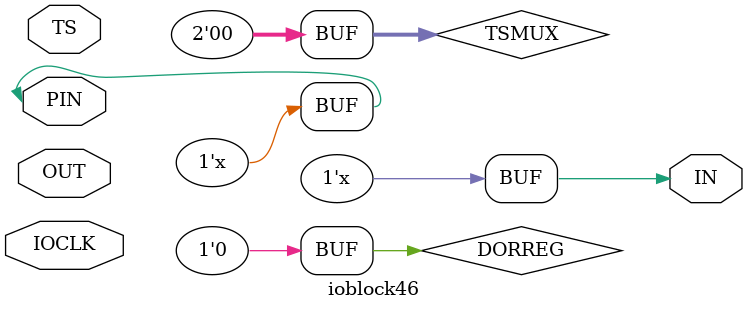
<source format=v>
module ioblock46(
	       inout  PIN,
	       input  TS,
	       input  OUT,
	       output IN,
	       input IOCLK
	       );
   
   reg 		     D;
   reg [2-1:0] 	     TSMUX;
   reg 		     DORREG;

   assign PIN = ( TSMUX == 2'b00 ) ? 1'bz : (( TSMUX == 2'b01 && TS == 1'b1 ) ? OUT : (( TSMUX == 2'b01 && TS == 1'b0 ) ? 1'bz : OUT));
   assign IN  = ( DORREG == 1'b0 ) ? PIN  : D;
   
   initial
     begin
	D=1'b0;
	TSMUX=2'b00;
	DORREG=1'b0;
     end
   
   always @(posedge IOCLK) D=PIN;
   
endmodule       

</source>
